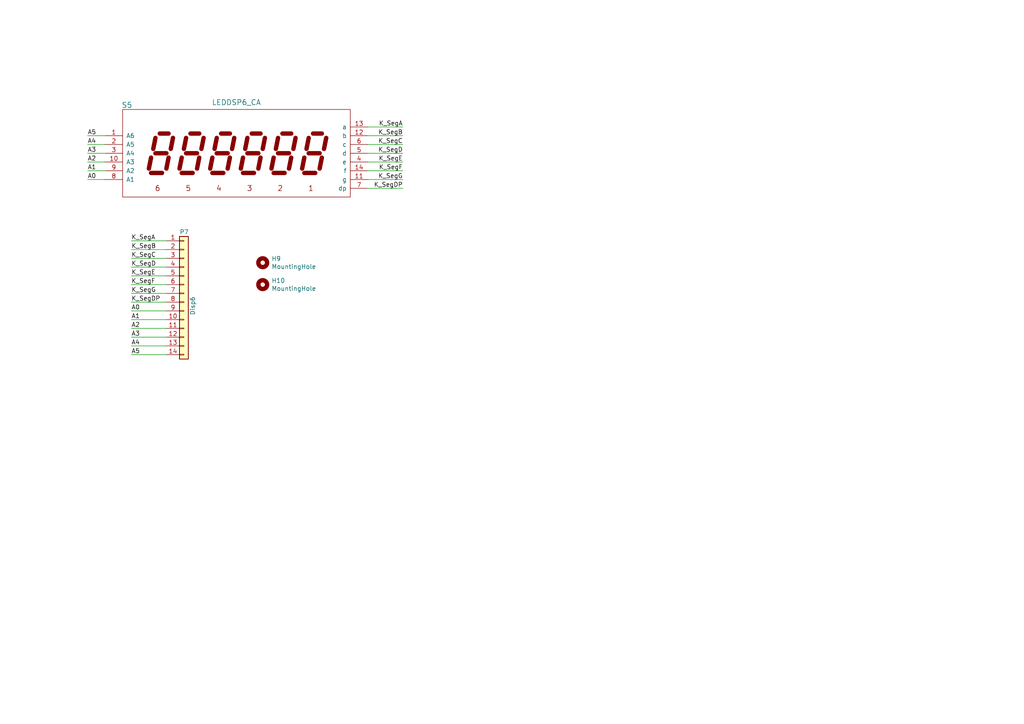
<source format=kicad_sch>
(kicad_sch (version 20210621) (generator eeschema)
  (paper "A4")
  (lib_symbols
    (symbol "Connector_Generic:Conn_01x14" (pin_names (offset 1.016) hide)
      (property "Reference" "J" (at 0 17.78 0))
      (property "Value" "Conn_01x14" (at 0 -20.32 0))
      (symbol "Conn_01x14_1_1"
        (rectangle (start -1.27 -17.653) (end 0 -17.907) (stroke (width 0.1524)))
        (rectangle (start -1.27 -15.113) (end 0 -15.367) (stroke (width 0.1524)))
        (rectangle (start -1.27 -12.573) (end 0 -12.827) (stroke (width 0.1524)))
        (rectangle (start -1.27 -10.033) (end 0 -10.287) (stroke (width 0.1524)))
        (rectangle (start -1.27 -7.493) (end 0 -7.747) (stroke (width 0.1524)))
        (rectangle (start -1.27 -4.953) (end 0 -5.207) (stroke (width 0.1524)))
        (rectangle (start -1.27 -2.413) (end 0 -2.667) (stroke (width 0.1524)))
        (rectangle (start -1.27 0.127) (end 0 -0.127) (stroke (width 0.1524)))
        (rectangle (start -1.27 2.667) (end 0 2.413) (stroke (width 0.1524)))
        (rectangle (start -1.27 5.207) (end 0 4.953) (stroke (width 0.1524)))
        (rectangle (start -1.27 7.747) (end 0 7.493) (stroke (width 0.1524)))
        (rectangle (start -1.27 10.287) (end 0 10.033) (stroke (width 0.1524)))
        (rectangle (start -1.27 12.827) (end 0 12.573) (stroke (width 0.1524)))
        (rectangle (start -1.27 15.367) (end 0 15.113) (stroke (width 0.1524)))
        (rectangle (start -1.27 16.51) (end 1.27 -19.05) (stroke (width 0.254)) (fill (type background)))
        (pin passive line (at -5.08 15.24 0) (length 3.81) (name "Pin_1") (number "1"))
        (pin passive line (at -5.08 -7.62 0) (length 3.81) (name "Pin_10") (number "10"))
        (pin passive line (at -5.08 -10.16 0) (length 3.81) (name "Pin_11") (number "11"))
        (pin passive line (at -5.08 -12.7 0) (length 3.81) (name "Pin_12") (number "12"))
        (pin passive line (at -5.08 -15.24 0) (length 3.81) (name "Pin_13") (number "13"))
        (pin passive line (at -5.08 -17.78 0) (length 3.81) (name "Pin_14") (number "14"))
        (pin passive line (at -5.08 12.7 0) (length 3.81) (name "Pin_2") (number "2"))
        (pin passive line (at -5.08 10.16 0) (length 3.81) (name "Pin_3") (number "3"))
        (pin passive line (at -5.08 7.62 0) (length 3.81) (name "Pin_4") (number "4"))
        (pin passive line (at -5.08 5.08 0) (length 3.81) (name "Pin_5") (number "5"))
        (pin passive line (at -5.08 2.54 0) (length 3.81) (name "Pin_6") (number "6"))
        (pin passive line (at -5.08 0 0) (length 3.81) (name "Pin_7") (number "7"))
        (pin passive line (at -5.08 -2.54 0) (length 3.81) (name "Pin_8") (number "8"))
        (pin passive line (at -5.08 -5.08 0) (length 3.81) (name "Pin_9") (number "9"))
      )
    )
    (symbol "GCC_display:LEDDSP6_CA" (pin_names (offset 1.016))
      (property "Reference" "S" (at -30.48 13.97 0))
      (property "Value" "LEDDSP6_CA" (at 0 -15.24 0))
      (symbol "LEDDSP6_CA_0_0"
        (text "1" (at 21.59 -10.16 0) (effects (font (size 1.524 1.524))))
        (text "2" (at 12.7 -10.16 0) (effects (font (size 1.524 1.524))))
        (text "3" (at 3.81 -10.16 0) (effects (font (size 1.524 1.524))))
        (text "4" (at -5.08 -10.16 0) (effects (font (size 1.524 1.524))))
        (text "5" (at -13.97 -10.16 0) (effects (font (size 1.524 1.524))))
        (text "6" (at -22.86 -10.16 0) (effects (font (size 1.524 1.524))))
      )
      (symbol "LEDDSP6_CA_0_1"
        (rectangle (start -33.02 12.7) (end 33.02 -12.7))
        (polyline (pts (xy -24.765 -5.715) (xy -21.59 -5.715)) (stroke (width 1.27)))
        (polyline (pts (xy -24.765 -1.27) (xy -25.4 -4.445)) (stroke (width 1.27)))
        (polyline (pts (xy -24.13 1.27) (xy -23.495 4.445)) (stroke (width 1.27)))
        (polyline (pts (xy -23.495 0) (xy -20.32 0)) (stroke (width 1.27)))
        (polyline (pts (xy -22.225 5.715) (xy -19.685 5.715)) (stroke (width 1.27)))
        (polyline (pts (xy -19.685 -1.27) (xy -20.32 -4.445)) (stroke (width 1.27)))
        (polyline (pts (xy -19.05 -5.715) (xy -19.05 -5.715)) (stroke (width 1.27)))
        (polyline (pts (xy -19.05 1.27) (xy -18.415 4.445)) (stroke (width 1.27)))
        (polyline (pts (xy -15.875 -5.715) (xy -12.7 -5.715)) (stroke (width 1.27)))
        (polyline (pts (xy -15.875 -1.27) (xy -16.51 -4.445)) (stroke (width 1.27)))
        (polyline (pts (xy -15.24 1.27) (xy -14.605 4.445)) (stroke (width 1.27)))
        (polyline (pts (xy -14.605 0) (xy -11.43 0)) (stroke (width 1.27)))
        (polyline (pts (xy -13.335 5.715) (xy -10.795 5.715)) (stroke (width 1.27)))
        (polyline (pts (xy -10.795 -1.27) (xy -11.43 -4.445)) (stroke (width 1.27)))
        (polyline (pts (xy -10.16 -5.715) (xy -10.16 -5.715)) (stroke (width 1.27)))
        (polyline (pts (xy -10.16 1.27) (xy -9.525 4.445)) (stroke (width 1.27)))
        (polyline (pts (xy -6.985 -5.715) (xy -3.81 -5.715)) (stroke (width 1.27)))
        (polyline (pts (xy -6.985 -1.27) (xy -7.62 -4.445)) (stroke (width 1.27)))
        (polyline (pts (xy -6.35 1.27) (xy -5.715 4.445)) (stroke (width 1.27)))
        (polyline (pts (xy -5.715 0) (xy -2.54 0)) (stroke (width 1.27)))
        (polyline (pts (xy -4.445 5.715) (xy -1.905 5.715)) (stroke (width 1.27)))
        (polyline (pts (xy -1.905 -1.27) (xy -2.54 -4.445)) (stroke (width 1.27)))
        (polyline (pts (xy -1.27 -5.715) (xy -1.27 -5.715)) (stroke (width 1.27)))
        (polyline (pts (xy -1.27 1.27) (xy -0.635 4.445)) (stroke (width 1.27)))
        (polyline (pts (xy 1.905 -5.715) (xy 5.08 -5.715)) (stroke (width 1.27)))
        (polyline (pts (xy 1.905 -1.27) (xy 1.27 -4.445)) (stroke (width 1.27)))
        (polyline (pts (xy 2.54 1.27) (xy 3.175 4.445)) (stroke (width 1.27)))
        (polyline (pts (xy 3.175 0) (xy 6.35 0)) (stroke (width 1.27)))
        (polyline (pts (xy 4.445 5.715) (xy 6.985 5.715)) (stroke (width 1.27)))
        (polyline (pts (xy 6.985 -1.27) (xy 6.35 -4.445)) (stroke (width 1.27)))
        (polyline (pts (xy 7.62 -5.715) (xy 7.62 -5.715)) (stroke (width 1.27)))
        (polyline (pts (xy 7.62 1.27) (xy 8.255 4.445)) (stroke (width 1.27)))
        (polyline (pts (xy 10.795 -5.715) (xy 13.97 -5.715)) (stroke (width 1.27)))
        (polyline (pts (xy 10.795 -1.27) (xy 10.16 -4.445)) (stroke (width 1.27)))
        (polyline (pts (xy 11.43 1.27) (xy 12.065 4.445)) (stroke (width 1.27)))
        (polyline (pts (xy 12.065 0) (xy 15.24 0)) (stroke (width 1.27)))
        (polyline (pts (xy 13.335 5.715) (xy 15.875 5.715)) (stroke (width 1.27)))
        (polyline (pts (xy 15.875 -1.27) (xy 15.24 -4.445)) (stroke (width 1.27)))
        (polyline (pts (xy 16.51 -5.715) (xy 16.51 -5.715)) (stroke (width 1.27)))
        (polyline (pts (xy 16.51 1.27) (xy 17.145 4.445)) (stroke (width 1.27)))
        (polyline (pts (xy 19.685 -5.715) (xy 22.86 -5.715)) (stroke (width 1.27)))
        (polyline (pts (xy 19.685 -1.27) (xy 19.05 -4.445)) (stroke (width 1.27)))
        (polyline (pts (xy 20.32 1.27) (xy 20.955 4.445)) (stroke (width 1.27)))
        (polyline (pts (xy 20.955 0) (xy 24.13 0)) (stroke (width 1.27)))
        (polyline (pts (xy 22.225 5.715) (xy 24.765 5.715)) (stroke (width 1.27)))
        (polyline (pts (xy 24.765 -1.27) (xy 24.13 -4.445)) (stroke (width 1.27)))
        (polyline (pts (xy 25.4 -5.715) (xy 25.4 -5.715)) (stroke (width 1.27)))
        (polyline (pts (xy 25.4 1.27) (xy 26.035 4.445)) (stroke (width 1.27)))
      )
      (symbol "LEDDSP6_CA_1_1"
        (pin passive line (at -38.1 5.08 0) (length 5.08) (name "A6") (number "1"))
        (pin passive line (at -38.1 -2.54 0) (length 5.08) (name "A3") (number "10"))
        (pin passive line (at 38.1 -7.62 180) (length 5.08) (name "g") (number "11"))
        (pin passive line (at 38.1 5.08 180) (length 5.08) (name "b") (number "12"))
        (pin passive line (at 38.1 7.62 180) (length 5.08) (name "a") (number "13"))
        (pin passive line (at 38.1 -5.08 180) (length 5.08) (name "f") (number "14"))
        (pin passive line (at -38.1 2.54 0) (length 5.08) (name "A5") (number "2"))
        (pin passive line (at -38.1 0 0) (length 5.08) (name "A4") (number "3"))
        (pin passive line (at 38.1 -2.54 180) (length 5.08) (name "e") (number "4"))
        (pin passive line (at 38.1 0 180) (length 5.08) (name "d") (number "5"))
        (pin passive line (at 38.1 2.54 180) (length 5.08) (name "c") (number "6"))
        (pin passive line (at 38.1 -10.16 180) (length 5.08) (name "dp") (number "7"))
        (pin passive line (at -38.1 -7.62 0) (length 5.08) (name "A1") (number "8"))
        (pin passive line (at -38.1 -5.08 0) (length 5.08) (name "A2") (number "9"))
      )
    )
    (symbol "Mechanical:MountingHole" (pin_names (offset 1.016))
      (property "Reference" "H" (at 0 5.08 0))
      (property "Value" "MountingHole" (at 0 3.175 0))
      (symbol "MountingHole_0_1"
        (circle (center 0 0) (radius 1.27) (stroke (width 1.27)) (stroke (width 1.27)))
      )
    )
  )
  (wire (pts (xy 30.48 39.37) (xy 25.4 39.37)))
  (wire (pts (xy 30.48 41.91) (xy 25.4 41.91)))
  (wire (pts (xy 30.48 44.45) (xy 25.4 44.45)))
  (wire (pts (xy 30.48 46.99) (xy 25.4 46.99)))
  (wire (pts (xy 30.48 49.53) (xy 25.4 49.53)))
  (wire (pts (xy 30.48 52.07) (xy 25.4 52.07)))
  (wire (pts (xy 38.1 69.85) (xy 48.26 69.85)))
  (wire (pts (xy 38.1 72.39) (xy 48.26 72.39)))
  (wire (pts (xy 38.1 74.93) (xy 48.26 74.93)))
  (wire (pts (xy 38.1 77.47) (xy 48.26 77.47)))
  (wire (pts (xy 38.1 80.01) (xy 48.26 80.01)))
  (wire (pts (xy 38.1 82.55) (xy 48.26 82.55)))
  (wire (pts (xy 38.1 85.09) (xy 48.26 85.09)))
  (wire (pts (xy 38.1 87.63) (xy 48.26 87.63)))
  (wire (pts (xy 48.26 90.17) (xy 38.1 90.17)))
  (wire (pts (xy 48.26 92.71) (xy 38.1 92.71)))
  (wire (pts (xy 48.26 95.25) (xy 38.1 95.25)))
  (wire (pts (xy 48.26 97.79) (xy 38.1 97.79)))
  (wire (pts (xy 48.26 100.33) (xy 38.1 100.33)))
  (wire (pts (xy 48.26 102.87) (xy 38.1 102.87)))
  (wire (pts (xy 116.84 36.83) (xy 106.68 36.83)))
  (wire (pts (xy 116.84 39.37) (xy 106.68 39.37)))
  (wire (pts (xy 116.84 41.91) (xy 106.68 41.91)))
  (wire (pts (xy 116.84 44.45) (xy 106.68 44.45)))
  (wire (pts (xy 116.84 46.99) (xy 106.68 46.99)))
  (wire (pts (xy 116.84 49.53) (xy 106.68 49.53)))
  (wire (pts (xy 116.84 52.07) (xy 106.68 52.07)))
  (wire (pts (xy 116.84 54.61) (xy 106.68 54.61)))
  (label "A5" (at 25.4 39.37 0))
  (label "A4" (at 25.4 41.91 0))
  (label "A3" (at 25.4 44.45 0))
  (label "A2" (at 25.4 46.99 0))
  (label "A1" (at 25.4 49.53 0))
  (label "A0" (at 25.4 52.07 0))
  (label "K_SegA" (at 38.1 69.85 0))
  (label "K_SegB" (at 38.1 72.39 0))
  (label "K_SegC" (at 38.1 74.93 0))
  (label "K_SegD" (at 38.1 77.47 0))
  (label "K_SegE" (at 38.1 80.01 0))
  (label "K_SegF" (at 38.1 82.55 0))
  (label "K_SegG" (at 38.1 85.09 0))
  (label "K_SegDP" (at 38.1 87.63 0))
  (label "A0" (at 38.1 90.17 0))
  (label "A1" (at 38.1 92.71 0))
  (label "A2" (at 38.1 95.25 0))
  (label "A3" (at 38.1 97.79 0))
  (label "A4" (at 38.1 100.33 0))
  (label "A5" (at 38.1 102.87 0))
  (label "K_SegA" (at 116.84 36.83 180))
  (label "K_SegB" (at 116.84 39.37 180))
  (label "K_SegC" (at 116.84 41.91 180))
  (label "K_SegD" (at 116.84 44.45 180))
  (label "K_SegE" (at 116.84 46.99 180))
  (label "K_SegF" (at 116.84 49.53 180))
  (label "K_SegG" (at 116.84 52.07 180))
  (label "K_SegDP" (at 116.84 54.61 180))
  (symbol (lib_id "Mechanical:MountingHole") (at 76.2 76.2 0) (unit 1)
    (property "Reference" "H9" (at 78.74 75.0316 0) (effects (justify left)))
    (property "Value" "MountingHole" (at 78.74 77.343 0) (effects (justify left)))
    (property "Footprint" "GCC_holes:Hole3mm" (effects hide))
  )
  (symbol (lib_id "Mechanical:MountingHole") (at 76.2 82.55 0) (unit 1)
    (property "Reference" "H10" (at 78.74 81.3816 0) (effects (justify left)))
    (property "Value" "MountingHole" (at 78.74 83.693 0) (effects (justify left)))
    (property "Footprint" "GCC_holes:Hole3mm" (effects hide))
  )
  (symbol (lib_id "Connector_Generic:Conn_01x14") (at 53.34 85.09 0) (unit 1)
    (property "Reference" "P7" (at 52.07 67.31 0) (effects (justify left)))
    (property "Value" "Disp6" (at 55.88 91.44 90) (effects (justify left)))
    (property "Footprint" "Connector_IDC:IDC-Header_2x07_P2.54mm_Vertical" (effects hide))
  )
  (symbol (lib_id "GCC_display:LEDDSP6_CA") (at 68.58 44.45 0) (unit 1)
    (property "Reference" "S5" (at 36.83 30.48 0) (effects (font (size 1.524 1.524))))
    (property "Value" "LEDDSP6_CA" (at 68.58 29.6926 0) (effects (font (size 1.524 1.524))))
    (property "Footprint" "GCC_Display:Disp7s6x_036" (effects hide))
  )
)
</source>
